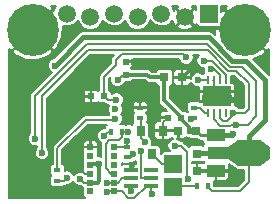
<source format=gbl>
G04 #@! TF.FileFunction,Copper,L2,Bot,Signal*
%FSLAX46Y46*%
G04 Gerber Fmt 4.6, Leading zero omitted, Abs format (unit mm)*
G04 Created by KiCad (PCBNEW 4.0.7) date 02/04/18 23:39:56*
%MOMM*%
%LPD*%
G01*
G04 APERTURE LIST*
%ADD10C,0.100000*%
%ADD11R,1.498600X1.498600*%
%ADD12R,0.800000X0.750000*%
%ADD13R,0.600000X0.400000*%
%ADD14R,0.750000X0.800000*%
%ADD15C,4.400000*%
%ADD16R,0.500000X0.600000*%
%ADD17R,0.600000X0.500000*%
%ADD18R,0.400000X0.600000*%
%ADD19R,0.250000X0.700000*%
%ADD20R,1.190000X0.830000*%
%ADD21R,0.800000X0.900000*%
%ADD22R,1.200000X0.400000*%
%ADD23R,0.600000X0.550000*%
%ADD24C,1.500000*%
%ADD25R,1.500000X1.500000*%
%ADD26R,1.500000X1.000000*%
%ADD27R,1.800000X1.000000*%
%ADD28R,1.840000X2.200000*%
%ADD29C,0.600000*%
%ADD30C,0.300000*%
%ADD31C,0.250000*%
%ADD32C,0.200000*%
%ADD33C,0.160000*%
%ADD34C,0.400000*%
%ADD35C,0.180000*%
G04 APERTURE END LIST*
D10*
D11*
X14300000Y3252500D03*
X14300000Y1347500D03*
D12*
X16250000Y6100000D03*
X14750000Y6100000D03*
D13*
X4500000Y2750000D03*
X4500000Y1850000D03*
D14*
X16300000Y4150000D03*
X16300000Y2650000D03*
D15*
X20400000Y14600000D03*
X2400000Y14600000D03*
D16*
X10300000Y10850000D03*
X10300000Y11950000D03*
D17*
X8450000Y9000000D03*
X7350000Y9000000D03*
X14950000Y7200000D03*
X13850000Y7200000D03*
D12*
X13550000Y10600000D03*
X15050000Y10600000D03*
D13*
X10400000Y3850000D03*
X10400000Y4750000D03*
X16100000Y8050000D03*
X16100000Y7150000D03*
D18*
X9050000Y6000000D03*
X9950000Y6000000D03*
D19*
X17250000Y10400000D03*
X17750000Y10400000D03*
X18250000Y10400000D03*
X18750000Y10400000D03*
X18750000Y7600000D03*
X18250000Y7600000D03*
X17750000Y7600000D03*
X17250000Y7600000D03*
D20*
X18595000Y8585000D03*
X17405000Y8585000D03*
X18595000Y9415000D03*
X17405000Y9415000D03*
D21*
X11550000Y6100000D03*
X13450000Y6100000D03*
X12500000Y4100000D03*
D13*
X11500000Y8050000D03*
X11500000Y7150000D03*
D18*
X16350000Y1400000D03*
X17250000Y1400000D03*
D22*
X10750000Y1450000D03*
X10750000Y2100000D03*
X10750000Y2750000D03*
X12450000Y2750000D03*
X12450000Y2100000D03*
X12450000Y1450000D03*
D23*
X9300000Y4700000D03*
X9300000Y3950000D03*
X9300000Y3200000D03*
X9300000Y2450000D03*
X9300000Y1700000D03*
X9300000Y950000D03*
X7300000Y950000D03*
X7300000Y1700000D03*
X7300000Y2450000D03*
X7300000Y3200000D03*
X7300000Y3950000D03*
X7300000Y4700000D03*
D24*
X5300000Y16000000D03*
X7300000Y15700000D03*
X9300000Y16000000D03*
X11300000Y15700000D03*
X13300000Y16000000D03*
D25*
X17300000Y16000000D03*
D24*
X15300000Y15700000D03*
D10*
G36*
X22492000Y3700000D02*
X21642000Y3100000D01*
X21642000Y5300000D01*
X22492000Y4700000D01*
X22492000Y3700000D01*
X22492000Y3700000D01*
G37*
D26*
X17920000Y2700000D03*
D27*
X18066500Y4200000D03*
D26*
X17920000Y5700000D03*
D28*
X20733500Y4200000D03*
D10*
G36*
X18823800Y4600000D02*
X19823800Y5300000D01*
X19823800Y3100000D01*
X18823800Y3800000D01*
X18823800Y4600000D01*
X18823800Y4600000D01*
G37*
D29*
X6450000Y2000000D03*
X8450000Y5650000D03*
X9400000Y7900000D03*
X8000000Y3300000D03*
X15700000Y6100000D03*
X10900000Y4100000D03*
X10700000Y1000000D03*
X19400000Y5800000D03*
X17500000Y11300000D03*
X9600000Y10400000D03*
X5100000Y1100000D03*
X6500000Y2800000D03*
X20100000Y8800000D03*
X19200000Y2700000D03*
X16100000Y11600000D03*
X6400000Y4700000D03*
X11500000Y8700000D03*
X10800000Y3200000D03*
X17000000Y8900000D03*
X11000000Y11900000D03*
X8500000Y11900000D03*
X9500000Y8700000D03*
X15400000Y12300000D03*
X19600000Y3900000D03*
X4300000Y11600000D03*
X3200000Y4200000D03*
X19400000Y7600000D03*
X2600000Y5400000D03*
X19600000Y6600000D03*
X10400000Y5200000D03*
X8700000Y1700000D03*
X12500000Y700000D03*
X8700000Y900000D03*
X9400000Y7100000D03*
X14450000Y4800000D03*
X15530000Y1990000D03*
X15800000Y7100000D03*
X16900000Y12000000D03*
X16400000Y10400000D03*
X11900000Y5100000D03*
X10500000Y6000000D03*
X11600000Y4400000D03*
X5300000Y2100000D03*
D30*
X8000000Y3300000D02*
X7400000Y3300000D01*
X7400000Y3300000D02*
X7300000Y3200000D01*
X14950000Y7200000D02*
X14950000Y7250000D01*
X14950000Y7250000D02*
X13550000Y8650000D01*
X13550000Y8650000D02*
X13550000Y9800000D01*
X13550000Y10600000D02*
X12350000Y10600000D01*
X12100000Y10850000D02*
X10300000Y10850000D01*
X12350000Y10600000D02*
X12100000Y10850000D01*
X13550000Y9800000D02*
X13550000Y10600000D01*
D31*
X15700000Y6100000D02*
X15700000Y6350000D01*
X15700000Y6350000D02*
X14950000Y7100000D01*
X14950000Y7100000D02*
X14950000Y7200000D01*
D32*
X14950000Y7200000D02*
X14950000Y7100000D01*
X7300000Y1700000D02*
X6750000Y1700000D01*
X6750000Y1700000D02*
X6450000Y2000000D01*
D33*
X9050000Y6000000D02*
X8800000Y6000000D01*
X8800000Y6000000D02*
X8450000Y5650000D01*
D30*
X8000000Y3300000D02*
X8000000Y1800000D01*
X7900000Y1700000D02*
X7300000Y1700000D01*
X8000000Y1800000D02*
X7900000Y1700000D01*
D33*
X15700000Y6100000D02*
X16250000Y6100000D01*
X10400000Y3850000D02*
X10650000Y3850000D01*
D30*
X10650000Y3850000D02*
X10900000Y4100000D01*
D33*
X10750000Y1450000D02*
X10750000Y1050000D01*
X10750000Y1050000D02*
X10700000Y1000000D01*
D34*
X17920000Y5700000D02*
X19300000Y5700000D01*
D31*
X19300000Y5700000D02*
X19400000Y5800000D01*
X17920000Y5700000D02*
X16650000Y5700000D01*
X16650000Y5700000D02*
X16250000Y6100000D01*
D33*
X18250000Y10850000D02*
X18250000Y10400000D01*
X17800000Y11300000D02*
X17500000Y11300000D01*
X18250000Y10850000D02*
X17800000Y11300000D01*
D35*
X10300000Y10850000D02*
X10050000Y10850000D01*
X10050000Y10850000D02*
X9600000Y10400000D01*
D32*
X7300000Y2450000D02*
X6850000Y2450000D01*
X6850000Y2450000D02*
X6500000Y2800000D01*
X13450000Y6100000D02*
X13450000Y6800000D01*
X13450000Y6800000D02*
X13850000Y7200000D01*
D30*
X19300000Y8800000D02*
X18685000Y9415000D01*
X20100000Y8800000D02*
X19300000Y8800000D01*
X18685000Y9415000D02*
X18595000Y9415000D01*
X17920000Y2700000D02*
X19200000Y2700000D01*
X17920000Y2700000D02*
X16350000Y2700000D01*
X16350000Y2700000D02*
X16300000Y2650000D01*
X15050000Y10600000D02*
X15100000Y10600000D01*
X15100000Y10600000D02*
X16100000Y11600000D01*
X15300000Y15700000D02*
X16200000Y14800000D01*
X16200000Y14800000D02*
X20200000Y14800000D01*
X20200000Y14800000D02*
X20400000Y14600000D01*
D32*
X7300000Y4700000D02*
X6400000Y4700000D01*
D33*
X11500000Y8050000D02*
X11500000Y8700000D01*
X10750000Y3150000D02*
X10750000Y2750000D01*
X10800000Y3200000D02*
X10750000Y3150000D01*
D31*
X17000000Y8900000D02*
X17315000Y8585000D01*
X17315000Y8585000D02*
X17405000Y8585000D01*
D33*
X17750000Y10400000D02*
X17750000Y9760000D01*
X17750000Y9760000D02*
X17405000Y9415000D01*
D35*
X10300000Y11950000D02*
X10950000Y11950000D01*
X10950000Y11950000D02*
X11000000Y11900000D01*
D33*
X8450000Y9000000D02*
X8450000Y10650000D01*
X15150000Y12550000D02*
X15400000Y12300000D01*
X9930002Y12550000D02*
X15150000Y12550000D01*
X9450000Y12069998D02*
X9930002Y12550000D01*
X9450000Y11650000D02*
X9450000Y12069998D01*
X8450000Y10650000D02*
X9450000Y11650000D01*
X9500000Y8700000D02*
X8750000Y8700000D01*
X8750000Y8700000D02*
X8450000Y9000000D01*
D34*
X22067000Y4200000D02*
X18066500Y4200000D01*
X6800000Y14000000D02*
X6700000Y14000000D01*
X6700000Y14000000D02*
X4300000Y11600000D01*
D30*
X19323800Y4200000D02*
X18066500Y4200000D01*
X19600000Y3900000D02*
X19323800Y4176200D01*
X19323800Y4176200D02*
X19323800Y4200000D01*
D33*
X17250000Y1400000D02*
X17250000Y1350000D01*
D32*
X17250000Y1350000D02*
X17600000Y1000000D01*
X17600000Y1000000D02*
X20000000Y1000000D01*
X20000000Y1000000D02*
X20733500Y1733500D01*
X20733500Y1733500D02*
X20733500Y4200000D01*
D34*
X18066500Y4200000D02*
X16350000Y4200000D01*
D31*
X16350000Y4200000D02*
X16300000Y4150000D01*
D34*
X20733500Y4200000D02*
X20733500Y5633500D01*
X17300000Y14000000D02*
X6800000Y14000000D01*
X19300000Y12000000D02*
X17300000Y14000000D01*
X20500000Y12000000D02*
X19300000Y12000000D01*
X22100000Y10400000D02*
X20500000Y12000000D01*
X22100000Y7000000D02*
X22100000Y10400000D01*
X20733500Y5633500D02*
X22100000Y7000000D01*
D35*
X20700000Y9100000D02*
X20700000Y7900000D01*
X20400000Y7600000D02*
X19400000Y7600000D01*
X20700000Y7900000D02*
X20400000Y7600000D01*
D33*
X19400000Y7600000D02*
X19400000Y7400000D01*
X19400000Y7400000D02*
X18900000Y6900000D01*
X18900000Y6900000D02*
X18500000Y6900000D01*
X18500000Y6900000D02*
X18250000Y7150000D01*
X18250000Y7150000D02*
X18250000Y7600000D01*
D35*
X3200000Y9000000D02*
X3200000Y4200000D01*
X7100000Y12900000D02*
X3200000Y9000000D01*
X17219164Y12900000D02*
X7100000Y12900000D01*
X18959166Y11159998D02*
X17219164Y12900000D01*
X19640002Y11159998D02*
X18959166Y11159998D01*
X20700000Y10100000D02*
X19640002Y11159998D01*
X20700000Y9100000D02*
X20700000Y10100000D01*
D33*
X17750000Y7600000D02*
X17750000Y7050000D01*
X19200000Y6600000D02*
X19600000Y6600000D01*
X19100000Y6500000D02*
X19200000Y6600000D01*
X18300000Y6500000D02*
X19100000Y6500000D01*
X17750000Y7050000D02*
X18300000Y6500000D01*
D35*
X2600000Y9000000D02*
X2600000Y5400000D01*
X7000000Y13400000D02*
X2600000Y9000000D01*
X17200000Y13400000D02*
X7000000Y13400000D01*
X19100000Y11500000D02*
X17200000Y13400000D01*
X20100000Y11500000D02*
X19100000Y11500000D01*
X21300000Y10300000D02*
X20100000Y11500000D01*
X21300000Y7300000D02*
X21300000Y10300000D01*
X20600000Y6600000D02*
X21300000Y7300000D01*
X19600000Y6600000D02*
X20600000Y6600000D01*
D33*
X10400000Y4750000D02*
X10400000Y5200000D01*
X9300000Y4700000D02*
X10350000Y4700000D01*
X10350000Y4700000D02*
X10400000Y4750000D01*
X9300000Y1700000D02*
X8700000Y1700000D01*
X9300000Y1700000D02*
X9600000Y1700000D01*
X9600000Y1700000D02*
X10000000Y2100000D01*
X10000000Y2100000D02*
X10750000Y2100000D01*
X12450000Y750000D02*
X12450000Y1450000D01*
X12500000Y700000D02*
X12450000Y750000D01*
X12450000Y1450000D02*
X12050000Y1450000D01*
X12050000Y1450000D02*
X11000000Y400000D01*
X9300000Y950000D02*
X8750000Y950000D01*
X8750000Y950000D02*
X8700000Y900000D01*
X9300000Y950000D02*
X9950000Y950000D01*
X10500000Y400000D02*
X11000000Y400000D01*
X9950000Y950000D02*
X10500000Y400000D01*
X4500000Y4600000D02*
X4500000Y2750000D01*
X6900000Y7000000D02*
X4500000Y4600000D01*
X9300000Y7000000D02*
X6900000Y7000000D01*
X9400000Y7100000D02*
X9300000Y7000000D01*
X15450000Y4300000D02*
X15450000Y2070000D01*
X14450000Y4800000D02*
X14950000Y4800000D01*
X14950000Y4800000D02*
X15450000Y4300000D01*
X15450000Y2070000D02*
X15530000Y1990000D01*
X17250000Y7600000D02*
X17000000Y7600000D01*
X16550000Y8050000D02*
X16100000Y8050000D01*
X17000000Y7600000D02*
X16550000Y8050000D01*
X15800000Y7100000D02*
X15850000Y7150000D01*
X15850000Y7150000D02*
X16100000Y7150000D01*
X18750000Y10850000D02*
X18750000Y10400000D01*
X17600000Y12000000D02*
X18750000Y10850000D01*
X17400000Y12000000D02*
X17600000Y12000000D01*
X16900000Y12000000D02*
X17400000Y12000000D01*
X17250000Y10400000D02*
X16400000Y10400000D01*
X14300000Y3252500D02*
X13347500Y3252500D01*
X13347500Y3252500D02*
X12500000Y4100000D01*
D32*
X16350000Y1400000D02*
X14352500Y1400000D01*
X14352500Y1400000D02*
X14300000Y1347500D01*
D33*
X11550000Y5450000D02*
X11550000Y6100000D01*
X11900000Y5100000D02*
X11550000Y5450000D01*
X11550000Y6100000D02*
X11550000Y7100000D01*
X11550000Y7100000D02*
X11500000Y7150000D01*
X9950000Y6000000D02*
X10500000Y6000000D01*
X9300000Y2450000D02*
X9050000Y2450000D01*
X9050000Y2450000D02*
X8600000Y2900000D01*
X8600000Y2900000D02*
X8600000Y5000000D01*
X8600000Y5000000D02*
X8900000Y5300000D01*
X8900000Y5300000D02*
X9700000Y5300000D01*
X9700000Y5300000D02*
X9950000Y5550000D01*
X9950000Y5550000D02*
X9950000Y6000000D01*
X11600000Y3000000D02*
X11600000Y4400000D01*
X11600000Y2800000D02*
X11600000Y3000000D01*
X12450000Y2100000D02*
X11600000Y2100000D01*
X11600000Y2100000D02*
X11600000Y2800000D01*
D32*
X5050000Y1850000D02*
X4500000Y1850000D01*
X5300000Y2100000D02*
X5050000Y1850000D01*
D33*
G36*
X4384955Y16612569D02*
X4252671Y16293996D01*
X4179778Y16351494D01*
X2428284Y14600000D01*
X4179778Y12848506D01*
X4498606Y13099995D01*
X4912886Y14017278D01*
X4943198Y14978751D01*
X5084232Y14920188D01*
X5513883Y14919813D01*
X5910971Y15083887D01*
X6215045Y15387431D01*
X6237873Y15442408D01*
X6383887Y15089029D01*
X6687431Y14784955D01*
X7084232Y14620188D01*
X7513883Y14619813D01*
X7910971Y14783887D01*
X8215045Y15087431D01*
X8362137Y15441667D01*
X8383887Y15389029D01*
X8687431Y15084955D01*
X9084232Y14920188D01*
X9513883Y14919813D01*
X9910971Y15083887D01*
X10215045Y15387431D01*
X10237873Y15442408D01*
X10383887Y15089029D01*
X10687431Y14784955D01*
X11084232Y14620188D01*
X11513883Y14619813D01*
X11910971Y14783887D01*
X12215045Y15087431D01*
X12362137Y15441667D01*
X12383887Y15389029D01*
X12687431Y15084955D01*
X13084232Y14920188D01*
X13513883Y14919813D01*
X13624927Y14965696D01*
X14593981Y14965696D01*
X14669043Y14797537D01*
X15062430Y14624776D01*
X15491984Y14615708D01*
X15892312Y14771714D01*
X15930957Y14797537D01*
X16006019Y14965696D01*
X15300000Y15671716D01*
X14593981Y14965696D01*
X13624927Y14965696D01*
X13910971Y15083887D01*
X14215045Y15387431D01*
X14239628Y15446634D01*
X14371714Y15107688D01*
X14397537Y15069043D01*
X14565696Y14993981D01*
X15271716Y15700000D01*
X14565696Y16406019D01*
X14397537Y16330957D01*
X14363674Y16253848D01*
X14216113Y16610971D01*
X14207100Y16620000D01*
X14695288Y16620000D01*
X14669043Y16602463D01*
X14593981Y16434304D01*
X15300000Y15728284D01*
X16006019Y16434304D01*
X15930957Y16602463D01*
X15891024Y16620000D01*
X16213535Y16620000D01*
X16213535Y16314387D01*
X16202463Y16330957D01*
X16034304Y16406019D01*
X15328284Y15700000D01*
X16034304Y14993981D01*
X16202463Y15069043D01*
X16234051Y15140970D01*
X16236546Y15127709D01*
X16308819Y15015393D01*
X16419096Y14940044D01*
X16550000Y14913535D01*
X17878627Y14913535D01*
X17855930Y14193604D01*
X17674767Y14374767D01*
X17502822Y14489656D01*
X17300000Y14530001D01*
X17299995Y14530000D01*
X6700005Y14530000D01*
X6700000Y14530001D01*
X6497178Y14489656D01*
X6325233Y14374767D01*
X6325231Y14374764D01*
X4180570Y12230104D01*
X4175235Y12230109D01*
X3943600Y12134399D01*
X3766224Y11957332D01*
X3670110Y11725864D01*
X3669891Y11475235D01*
X3765601Y11243600D01*
X3942668Y11066224D01*
X4034233Y11028203D01*
X2303015Y9296985D01*
X2211971Y9160727D01*
X2180000Y9000000D01*
X2180000Y5870910D01*
X2066224Y5757332D01*
X1970110Y5525864D01*
X1969891Y5275235D01*
X2065601Y5043600D01*
X2242668Y4866224D01*
X2474136Y4770110D01*
X2724765Y4769891D01*
X2780000Y4792714D01*
X2780000Y4670910D01*
X2666224Y4557332D01*
X2570110Y4325864D01*
X2569891Y4075235D01*
X2665601Y3843600D01*
X2842668Y3666224D01*
X3074136Y3570110D01*
X3324765Y3569891D01*
X3556400Y3665601D01*
X3733776Y3842668D01*
X3829890Y4074136D01*
X3830109Y4324765D01*
X3734399Y4556400D01*
X3620000Y4670999D01*
X3620000Y8826030D01*
X3691470Y8897500D01*
X6720000Y8897500D01*
X6720000Y8684359D01*
X6770240Y8563070D01*
X6863070Y8470239D01*
X6984359Y8420000D01*
X7247500Y8420000D01*
X7330000Y8502500D01*
X7330000Y8980000D01*
X6802500Y8980000D01*
X6720000Y8897500D01*
X3691470Y8897500D01*
X4109611Y9315641D01*
X6720000Y9315641D01*
X6720000Y9102500D01*
X6802500Y9020000D01*
X7330000Y9020000D01*
X7330000Y9497500D01*
X7247500Y9580000D01*
X6984359Y9580000D01*
X6863070Y9529761D01*
X6770240Y9436930D01*
X6720000Y9315641D01*
X4109611Y9315641D01*
X7273970Y12480000D01*
X9280174Y12480000D01*
X9160086Y12359912D01*
X9071209Y12226899D01*
X9071209Y12226898D01*
X9040000Y12069998D01*
X9040000Y11819827D01*
X8160086Y10939914D01*
X8071209Y10806901D01*
X8043245Y10666312D01*
X8040000Y10650000D01*
X8040000Y9565767D01*
X8027709Y9563454D01*
X7915393Y9491181D01*
X7899203Y9467487D01*
X7836930Y9529761D01*
X7715641Y9580000D01*
X7452500Y9580000D01*
X7370000Y9497500D01*
X7370000Y9020000D01*
X7390000Y9020000D01*
X7390000Y8980000D01*
X7370000Y8980000D01*
X7370000Y8502500D01*
X7452500Y8420000D01*
X7715641Y8420000D01*
X7836930Y8470239D01*
X7898351Y8531661D01*
X7908819Y8515393D01*
X8019096Y8440044D01*
X8150000Y8413535D01*
X8456637Y8413535D01*
X8460086Y8410086D01*
X8593099Y8321209D01*
X8750000Y8290000D01*
X8898949Y8290000D01*
X8866224Y8257332D01*
X8770110Y8025864D01*
X8769891Y7775235D01*
X8865601Y7543600D01*
X8909046Y7500079D01*
X8866224Y7457332D01*
X8846570Y7410000D01*
X6900005Y7410000D01*
X6900000Y7410001D01*
X6743100Y7378791D01*
X6610086Y7289914D01*
X6610084Y7289911D01*
X4210086Y4889914D01*
X4121209Y4756901D01*
X4118563Y4743600D01*
X4090000Y4600000D01*
X4090000Y3265767D01*
X4077709Y3263454D01*
X3965393Y3191181D01*
X3890044Y3080904D01*
X3863535Y2950000D01*
X3863535Y2550000D01*
X3886546Y2427709D01*
X3958819Y2315393D01*
X3980257Y2300745D01*
X3965393Y2291181D01*
X3890044Y2180904D01*
X3863535Y2050000D01*
X3863535Y1650000D01*
X3886546Y1527709D01*
X3958819Y1415393D01*
X4069096Y1340044D01*
X4200000Y1313535D01*
X4800000Y1313535D01*
X4922291Y1336546D01*
X5034607Y1408819D01*
X5042247Y1420000D01*
X5050000Y1420000D01*
X5214554Y1452732D01*
X5240475Y1470052D01*
X5424765Y1469891D01*
X5656400Y1565601D01*
X5833776Y1742668D01*
X5854272Y1792027D01*
X5915601Y1643600D01*
X6092668Y1466224D01*
X6324136Y1370110D01*
X6484818Y1369970D01*
X6585446Y1302732D01*
X6675643Y1284791D01*
X6663535Y1225000D01*
X6663535Y675000D01*
X6686546Y552709D01*
X6758819Y440393D01*
X6847207Y380000D01*
X380000Y380000D01*
X380000Y12820222D01*
X648506Y12820222D01*
X899995Y12501394D01*
X1817278Y12087114D01*
X2823276Y12055398D01*
X3764833Y12411075D01*
X3900005Y12501394D01*
X4151494Y12820222D01*
X2400000Y14571716D01*
X648506Y12820222D01*
X380000Y12820222D01*
X380000Y13037991D01*
X620222Y12848506D01*
X2371716Y14600000D01*
X2357574Y14614142D01*
X2385858Y14642426D01*
X2400000Y14628284D01*
X4151494Y16379778D01*
X3962009Y16620000D01*
X4392399Y16620000D01*
X4384955Y16612569D01*
X4384955Y16612569D01*
G37*
X4384955Y16612569D02*
X4252671Y16293996D01*
X4179778Y16351494D01*
X2428284Y14600000D01*
X4179778Y12848506D01*
X4498606Y13099995D01*
X4912886Y14017278D01*
X4943198Y14978751D01*
X5084232Y14920188D01*
X5513883Y14919813D01*
X5910971Y15083887D01*
X6215045Y15387431D01*
X6237873Y15442408D01*
X6383887Y15089029D01*
X6687431Y14784955D01*
X7084232Y14620188D01*
X7513883Y14619813D01*
X7910971Y14783887D01*
X8215045Y15087431D01*
X8362137Y15441667D01*
X8383887Y15389029D01*
X8687431Y15084955D01*
X9084232Y14920188D01*
X9513883Y14919813D01*
X9910971Y15083887D01*
X10215045Y15387431D01*
X10237873Y15442408D01*
X10383887Y15089029D01*
X10687431Y14784955D01*
X11084232Y14620188D01*
X11513883Y14619813D01*
X11910971Y14783887D01*
X12215045Y15087431D01*
X12362137Y15441667D01*
X12383887Y15389029D01*
X12687431Y15084955D01*
X13084232Y14920188D01*
X13513883Y14919813D01*
X13624927Y14965696D01*
X14593981Y14965696D01*
X14669043Y14797537D01*
X15062430Y14624776D01*
X15491984Y14615708D01*
X15892312Y14771714D01*
X15930957Y14797537D01*
X16006019Y14965696D01*
X15300000Y15671716D01*
X14593981Y14965696D01*
X13624927Y14965696D01*
X13910971Y15083887D01*
X14215045Y15387431D01*
X14239628Y15446634D01*
X14371714Y15107688D01*
X14397537Y15069043D01*
X14565696Y14993981D01*
X15271716Y15700000D01*
X14565696Y16406019D01*
X14397537Y16330957D01*
X14363674Y16253848D01*
X14216113Y16610971D01*
X14207100Y16620000D01*
X14695288Y16620000D01*
X14669043Y16602463D01*
X14593981Y16434304D01*
X15300000Y15728284D01*
X16006019Y16434304D01*
X15930957Y16602463D01*
X15891024Y16620000D01*
X16213535Y16620000D01*
X16213535Y16314387D01*
X16202463Y16330957D01*
X16034304Y16406019D01*
X15328284Y15700000D01*
X16034304Y14993981D01*
X16202463Y15069043D01*
X16234051Y15140970D01*
X16236546Y15127709D01*
X16308819Y15015393D01*
X16419096Y14940044D01*
X16550000Y14913535D01*
X17878627Y14913535D01*
X17855930Y14193604D01*
X17674767Y14374767D01*
X17502822Y14489656D01*
X17300000Y14530001D01*
X17299995Y14530000D01*
X6700005Y14530000D01*
X6700000Y14530001D01*
X6497178Y14489656D01*
X6325233Y14374767D01*
X6325231Y14374764D01*
X4180570Y12230104D01*
X4175235Y12230109D01*
X3943600Y12134399D01*
X3766224Y11957332D01*
X3670110Y11725864D01*
X3669891Y11475235D01*
X3765601Y11243600D01*
X3942668Y11066224D01*
X4034233Y11028203D01*
X2303015Y9296985D01*
X2211971Y9160727D01*
X2180000Y9000000D01*
X2180000Y5870910D01*
X2066224Y5757332D01*
X1970110Y5525864D01*
X1969891Y5275235D01*
X2065601Y5043600D01*
X2242668Y4866224D01*
X2474136Y4770110D01*
X2724765Y4769891D01*
X2780000Y4792714D01*
X2780000Y4670910D01*
X2666224Y4557332D01*
X2570110Y4325864D01*
X2569891Y4075235D01*
X2665601Y3843600D01*
X2842668Y3666224D01*
X3074136Y3570110D01*
X3324765Y3569891D01*
X3556400Y3665601D01*
X3733776Y3842668D01*
X3829890Y4074136D01*
X3830109Y4324765D01*
X3734399Y4556400D01*
X3620000Y4670999D01*
X3620000Y8826030D01*
X3691470Y8897500D01*
X6720000Y8897500D01*
X6720000Y8684359D01*
X6770240Y8563070D01*
X6863070Y8470239D01*
X6984359Y8420000D01*
X7247500Y8420000D01*
X7330000Y8502500D01*
X7330000Y8980000D01*
X6802500Y8980000D01*
X6720000Y8897500D01*
X3691470Y8897500D01*
X4109611Y9315641D01*
X6720000Y9315641D01*
X6720000Y9102500D01*
X6802500Y9020000D01*
X7330000Y9020000D01*
X7330000Y9497500D01*
X7247500Y9580000D01*
X6984359Y9580000D01*
X6863070Y9529761D01*
X6770240Y9436930D01*
X6720000Y9315641D01*
X4109611Y9315641D01*
X7273970Y12480000D01*
X9280174Y12480000D01*
X9160086Y12359912D01*
X9071209Y12226899D01*
X9071209Y12226898D01*
X9040000Y12069998D01*
X9040000Y11819827D01*
X8160086Y10939914D01*
X8071209Y10806901D01*
X8043245Y10666312D01*
X8040000Y10650000D01*
X8040000Y9565767D01*
X8027709Y9563454D01*
X7915393Y9491181D01*
X7899203Y9467487D01*
X7836930Y9529761D01*
X7715641Y9580000D01*
X7452500Y9580000D01*
X7370000Y9497500D01*
X7370000Y9020000D01*
X7390000Y9020000D01*
X7390000Y8980000D01*
X7370000Y8980000D01*
X7370000Y8502500D01*
X7452500Y8420000D01*
X7715641Y8420000D01*
X7836930Y8470239D01*
X7898351Y8531661D01*
X7908819Y8515393D01*
X8019096Y8440044D01*
X8150000Y8413535D01*
X8456637Y8413535D01*
X8460086Y8410086D01*
X8593099Y8321209D01*
X8750000Y8290000D01*
X8898949Y8290000D01*
X8866224Y8257332D01*
X8770110Y8025864D01*
X8769891Y7775235D01*
X8865601Y7543600D01*
X8909046Y7500079D01*
X8866224Y7457332D01*
X8846570Y7410000D01*
X6900005Y7410000D01*
X6900000Y7410001D01*
X6743100Y7378791D01*
X6610086Y7289914D01*
X6610084Y7289911D01*
X4210086Y4889914D01*
X4121209Y4756901D01*
X4118563Y4743600D01*
X4090000Y4600000D01*
X4090000Y3265767D01*
X4077709Y3263454D01*
X3965393Y3191181D01*
X3890044Y3080904D01*
X3863535Y2950000D01*
X3863535Y2550000D01*
X3886546Y2427709D01*
X3958819Y2315393D01*
X3980257Y2300745D01*
X3965393Y2291181D01*
X3890044Y2180904D01*
X3863535Y2050000D01*
X3863535Y1650000D01*
X3886546Y1527709D01*
X3958819Y1415393D01*
X4069096Y1340044D01*
X4200000Y1313535D01*
X4800000Y1313535D01*
X4922291Y1336546D01*
X5034607Y1408819D01*
X5042247Y1420000D01*
X5050000Y1420000D01*
X5214554Y1452732D01*
X5240475Y1470052D01*
X5424765Y1469891D01*
X5656400Y1565601D01*
X5833776Y1742668D01*
X5854272Y1792027D01*
X5915601Y1643600D01*
X6092668Y1466224D01*
X6324136Y1370110D01*
X6484818Y1369970D01*
X6585446Y1302732D01*
X6675643Y1284791D01*
X6663535Y1225000D01*
X6663535Y675000D01*
X6686546Y552709D01*
X6758819Y440393D01*
X6847207Y380000D01*
X380000Y380000D01*
X380000Y12820222D01*
X648506Y12820222D01*
X899995Y12501394D01*
X1817278Y12087114D01*
X2823276Y12055398D01*
X3764833Y12411075D01*
X3900005Y12501394D01*
X4151494Y12820222D01*
X2400000Y14571716D01*
X648506Y12820222D01*
X380000Y12820222D01*
X380000Y13037991D01*
X620222Y12848506D01*
X2371716Y14600000D01*
X2357574Y14614142D01*
X2385858Y14642426D01*
X2400000Y14628284D01*
X4151494Y16379778D01*
X3962009Y16620000D01*
X4392399Y16620000D01*
X4384955Y16612569D01*
G36*
X19630850Y2824357D02*
X19633808Y2823379D01*
X19682596Y2790044D01*
X19813500Y2763535D01*
X20303500Y2763535D01*
X20303500Y1911612D01*
X19821888Y1430000D01*
X17786465Y1430000D01*
X17786465Y1700000D01*
X17763454Y1822291D01*
X17732754Y1870000D01*
X17817500Y1870000D01*
X17900000Y1952500D01*
X17900000Y2680000D01*
X17940000Y2680000D01*
X17940000Y1952500D01*
X18022500Y1870000D01*
X18735641Y1870000D01*
X18856930Y1920240D01*
X18949761Y2013070D01*
X19000000Y2134359D01*
X19000000Y2597500D01*
X18917500Y2680000D01*
X17940000Y2680000D01*
X17900000Y2680000D01*
X17880000Y2680000D01*
X17880000Y2720000D01*
X17900000Y2720000D01*
X17900000Y2740000D01*
X17940000Y2740000D01*
X17940000Y2720000D01*
X18917500Y2720000D01*
X19000000Y2802500D01*
X19000000Y3265641D01*
X18999819Y3266079D01*
X19630850Y2824357D01*
X19630850Y2824357D01*
G37*
X19630850Y2824357D02*
X19633808Y2823379D01*
X19682596Y2790044D01*
X19813500Y2763535D01*
X20303500Y2763535D01*
X20303500Y1911612D01*
X19821888Y1430000D01*
X17786465Y1430000D01*
X17786465Y1700000D01*
X17763454Y1822291D01*
X17732754Y1870000D01*
X17817500Y1870000D01*
X17900000Y1952500D01*
X17900000Y2680000D01*
X17940000Y2680000D01*
X17940000Y1952500D01*
X18022500Y1870000D01*
X18735641Y1870000D01*
X18856930Y1920240D01*
X18949761Y2013070D01*
X19000000Y2134359D01*
X19000000Y2597500D01*
X18917500Y2680000D01*
X17940000Y2680000D01*
X17900000Y2680000D01*
X17880000Y2680000D01*
X17880000Y2720000D01*
X17900000Y2720000D01*
X17900000Y2740000D01*
X17940000Y2740000D01*
X17940000Y2720000D01*
X18917500Y2720000D01*
X19000000Y2802500D01*
X19000000Y3265641D01*
X18999819Y3266079D01*
X19630850Y2824357D01*
G36*
X8615393Y6541181D02*
X8540044Y6430904D01*
X8513535Y6300000D01*
X8513535Y6292219D01*
X8510086Y6289914D01*
X8500128Y6279956D01*
X8325235Y6280109D01*
X8093600Y6184399D01*
X7916224Y6007332D01*
X7820110Y5775864D01*
X7819891Y5525235D01*
X7915601Y5293600D01*
X8092668Y5116224D01*
X8203929Y5070025D01*
X8192676Y5013454D01*
X8190000Y5000000D01*
X8190000Y3903258D01*
X8125864Y3929890D01*
X7936465Y3930055D01*
X7936465Y4225000D01*
X7917061Y4328121D01*
X7930000Y4359359D01*
X7930000Y4597500D01*
X7847500Y4680000D01*
X7320000Y4680000D01*
X7320000Y4660000D01*
X7280000Y4660000D01*
X7280000Y4680000D01*
X6752500Y4680000D01*
X6670000Y4597500D01*
X6670000Y4359359D01*
X6683932Y4325723D01*
X6663535Y4225000D01*
X6663535Y3675000D01*
X6683042Y3571329D01*
X6663535Y3475000D01*
X6663535Y2925000D01*
X6682939Y2821879D01*
X6670000Y2790641D01*
X6670000Y2590801D01*
X6575864Y2629890D01*
X6325235Y2630109D01*
X6093600Y2534399D01*
X5916224Y2357332D01*
X5895728Y2307973D01*
X5834399Y2456400D01*
X5657332Y2633776D01*
X5425864Y2729890D01*
X5175235Y2730109D01*
X5136465Y2714090D01*
X5136465Y2950000D01*
X5113454Y3072291D01*
X5041181Y3184607D01*
X4930904Y3259956D01*
X4910000Y3264189D01*
X4910000Y4430172D01*
X5520468Y5040641D01*
X6670000Y5040641D01*
X6670000Y4802500D01*
X6752500Y4720000D01*
X7280000Y4720000D01*
X7280000Y5222500D01*
X7320000Y5222500D01*
X7320000Y4720000D01*
X7847500Y4720000D01*
X7930000Y4802500D01*
X7930000Y5040641D01*
X7879761Y5161930D01*
X7786930Y5254760D01*
X7665641Y5305000D01*
X7402500Y5305000D01*
X7320000Y5222500D01*
X7280000Y5222500D01*
X7197500Y5305000D01*
X6934359Y5305000D01*
X6813070Y5254760D01*
X6720239Y5161930D01*
X6670000Y5040641D01*
X5520468Y5040641D01*
X7069827Y6590000D01*
X8691260Y6590000D01*
X8615393Y6541181D01*
X8615393Y6541181D01*
G37*
X8615393Y6541181D02*
X8540044Y6430904D01*
X8513535Y6300000D01*
X8513535Y6292219D01*
X8510086Y6289914D01*
X8500128Y6279956D01*
X8325235Y6280109D01*
X8093600Y6184399D01*
X7916224Y6007332D01*
X7820110Y5775864D01*
X7819891Y5525235D01*
X7915601Y5293600D01*
X8092668Y5116224D01*
X8203929Y5070025D01*
X8192676Y5013454D01*
X8190000Y5000000D01*
X8190000Y3903258D01*
X8125864Y3929890D01*
X7936465Y3930055D01*
X7936465Y4225000D01*
X7917061Y4328121D01*
X7930000Y4359359D01*
X7930000Y4597500D01*
X7847500Y4680000D01*
X7320000Y4680000D01*
X7320000Y4660000D01*
X7280000Y4660000D01*
X7280000Y4680000D01*
X6752500Y4680000D01*
X6670000Y4597500D01*
X6670000Y4359359D01*
X6683932Y4325723D01*
X6663535Y4225000D01*
X6663535Y3675000D01*
X6683042Y3571329D01*
X6663535Y3475000D01*
X6663535Y2925000D01*
X6682939Y2821879D01*
X6670000Y2790641D01*
X6670000Y2590801D01*
X6575864Y2629890D01*
X6325235Y2630109D01*
X6093600Y2534399D01*
X5916224Y2357332D01*
X5895728Y2307973D01*
X5834399Y2456400D01*
X5657332Y2633776D01*
X5425864Y2729890D01*
X5175235Y2730109D01*
X5136465Y2714090D01*
X5136465Y2950000D01*
X5113454Y3072291D01*
X5041181Y3184607D01*
X4930904Y3259956D01*
X4910000Y3264189D01*
X4910000Y4430172D01*
X5520468Y5040641D01*
X6670000Y5040641D01*
X6670000Y4802500D01*
X6752500Y4720000D01*
X7280000Y4720000D01*
X7280000Y5222500D01*
X7320000Y5222500D01*
X7320000Y4720000D01*
X7847500Y4720000D01*
X7930000Y4802500D01*
X7930000Y5040641D01*
X7879761Y5161930D01*
X7786930Y5254760D01*
X7665641Y5305000D01*
X7402500Y5305000D01*
X7320000Y5222500D01*
X7280000Y5222500D01*
X7197500Y5305000D01*
X6934359Y5305000D01*
X6813070Y5254760D01*
X6720239Y5161930D01*
X6670000Y5040641D01*
X5520468Y5040641D01*
X7069827Y6590000D01*
X8691260Y6590000D01*
X8615393Y6541181D01*
G36*
X7320000Y2470000D02*
X7340000Y2470000D01*
X7340000Y2430000D01*
X7320000Y2430000D01*
X7320000Y2410000D01*
X7280000Y2410000D01*
X7280000Y2430000D01*
X7260000Y2430000D01*
X7260000Y2470000D01*
X7280000Y2470000D01*
X7280000Y2490000D01*
X7320000Y2490000D01*
X7320000Y2470000D01*
X7320000Y2470000D01*
G37*
X7320000Y2470000D02*
X7340000Y2470000D01*
X7340000Y2430000D01*
X7320000Y2430000D01*
X7320000Y2410000D01*
X7280000Y2410000D01*
X7280000Y2430000D01*
X7260000Y2430000D01*
X7260000Y2470000D01*
X7280000Y2470000D01*
X7280000Y2490000D01*
X7320000Y2490000D01*
X7320000Y2470000D01*
G36*
X16925319Y3465393D02*
X16951092Y3447783D01*
X16890239Y3386930D01*
X16865203Y3326487D01*
X16861930Y3329760D01*
X16740641Y3380000D01*
X16402500Y3380000D01*
X16320000Y3297500D01*
X16320000Y2670000D01*
X16340000Y2670000D01*
X16340000Y2630000D01*
X16320000Y2630000D01*
X16320000Y2610000D01*
X16280000Y2610000D01*
X16280000Y2630000D01*
X16260000Y2630000D01*
X16260000Y2670000D01*
X16280000Y2670000D01*
X16280000Y3297500D01*
X16197500Y3380000D01*
X15860000Y3380000D01*
X15860000Y3426698D01*
X15925000Y3413535D01*
X16675000Y3413535D01*
X16797291Y3436546D01*
X16900957Y3503253D01*
X16925319Y3465393D01*
X16925319Y3465393D01*
G37*
X16925319Y3465393D02*
X16951092Y3447783D01*
X16890239Y3386930D01*
X16865203Y3326487D01*
X16861930Y3329760D01*
X16740641Y3380000D01*
X16402500Y3380000D01*
X16320000Y3297500D01*
X16320000Y2670000D01*
X16340000Y2670000D01*
X16340000Y2630000D01*
X16320000Y2630000D01*
X16320000Y2610000D01*
X16280000Y2610000D01*
X16280000Y2630000D01*
X16260000Y2630000D01*
X16260000Y2670000D01*
X16280000Y2670000D01*
X16280000Y3297500D01*
X16197500Y3380000D01*
X15860000Y3380000D01*
X15860000Y3426698D01*
X15925000Y3413535D01*
X16675000Y3413535D01*
X16797291Y3436546D01*
X16900957Y3503253D01*
X16925319Y3465393D01*
G36*
X11190000Y3280000D02*
X10852500Y3280000D01*
X10770000Y3197500D01*
X10770000Y2770000D01*
X10790000Y2770000D01*
X10790000Y2730000D01*
X10770000Y2730000D01*
X10770000Y2710000D01*
X10730000Y2710000D01*
X10730000Y2730000D01*
X10710000Y2730000D01*
X10710000Y2770000D01*
X10730000Y2770000D01*
X10730000Y3197500D01*
X10647500Y3280000D01*
X10084359Y3280000D01*
X9963070Y3229761D01*
X9936465Y3203156D01*
X9936465Y3362340D01*
X9969096Y3340044D01*
X10100000Y3313535D01*
X10700000Y3313535D01*
X10822291Y3336546D01*
X10934607Y3408819D01*
X10976365Y3469933D01*
X11024765Y3469891D01*
X11190000Y3538165D01*
X11190000Y3280000D01*
X11190000Y3280000D01*
G37*
X11190000Y3280000D02*
X10852500Y3280000D01*
X10770000Y3197500D01*
X10770000Y2770000D01*
X10790000Y2770000D01*
X10790000Y2730000D01*
X10770000Y2730000D01*
X10770000Y2710000D01*
X10730000Y2710000D01*
X10730000Y2730000D01*
X10710000Y2730000D01*
X10710000Y2770000D01*
X10730000Y2770000D01*
X10730000Y3197500D01*
X10647500Y3280000D01*
X10084359Y3280000D01*
X9963070Y3229761D01*
X9936465Y3203156D01*
X9936465Y3362340D01*
X9969096Y3340044D01*
X10100000Y3313535D01*
X10700000Y3313535D01*
X10822291Y3336546D01*
X10934607Y3408819D01*
X10976365Y3469933D01*
X11024765Y3469891D01*
X11190000Y3538165D01*
X11190000Y3280000D01*
G36*
X8970110Y10525864D02*
X8969891Y10275235D01*
X9065601Y10043600D01*
X9242668Y9866224D01*
X9474136Y9770110D01*
X9724765Y9769891D01*
X9956400Y9865601D01*
X10133776Y10042668D01*
X10204726Y10213535D01*
X10550000Y10213535D01*
X10672291Y10236546D01*
X10784607Y10308819D01*
X10826410Y10370000D01*
X11901177Y10370000D01*
X12010588Y10260589D01*
X12081010Y10213535D01*
X12166312Y10156538D01*
X12350000Y10120000D01*
X12833292Y10120000D01*
X12836546Y10102709D01*
X12908819Y9990393D01*
X13019096Y9915044D01*
X13070000Y9904736D01*
X13070000Y8650000D01*
X13106538Y8466312D01*
X13210589Y8310589D01*
X13741178Y7780000D01*
X13484359Y7780000D01*
X13363070Y7729761D01*
X13270240Y7636930D01*
X13220000Y7515641D01*
X13220000Y7302500D01*
X13302500Y7220000D01*
X13830000Y7220000D01*
X13830000Y7240000D01*
X13870000Y7240000D01*
X13870000Y7220000D01*
X13890000Y7220000D01*
X13890000Y7180000D01*
X13870000Y7180000D01*
X13870000Y7160000D01*
X13830000Y7160000D01*
X13830000Y7180000D01*
X13302500Y7180000D01*
X13220000Y7097500D01*
X13220000Y6884359D01*
X13221806Y6880000D01*
X12984359Y6880000D01*
X12863070Y6829760D01*
X12770239Y6736930D01*
X12720000Y6615641D01*
X12720000Y6202500D01*
X12802500Y6120000D01*
X13430000Y6120000D01*
X13430000Y6140000D01*
X13470000Y6140000D01*
X13470000Y6120000D01*
X14097500Y6120000D01*
X14100000Y6122500D01*
X14102500Y6120000D01*
X14730000Y6120000D01*
X14730000Y6140000D01*
X14770000Y6140000D01*
X14770000Y6120000D01*
X14790000Y6120000D01*
X14790000Y6080000D01*
X14770000Y6080000D01*
X14770000Y5477500D01*
X14852500Y5395000D01*
X15215641Y5395000D01*
X15336930Y5445239D01*
X15424100Y5532410D01*
X15574136Y5470110D01*
X15638587Y5470054D01*
X15719096Y5415044D01*
X15850000Y5388535D01*
X16317998Y5388535D01*
X16328264Y5378269D01*
X16328266Y5378266D01*
X16475879Y5279635D01*
X16650000Y5245000D01*
X16833535Y5245000D01*
X16833535Y5200000D01*
X16856546Y5077709D01*
X16928819Y4965393D01*
X16948559Y4951905D01*
X16931893Y4941181D01*
X16856544Y4830904D01*
X16855557Y4826030D01*
X16805904Y4859956D01*
X16675000Y4886465D01*
X15925000Y4886465D01*
X15802709Y4863454D01*
X15690393Y4791181D01*
X15628797Y4701031D01*
X15239914Y5089914D01*
X15106901Y5178791D01*
X14950000Y5210000D01*
X14930892Y5210000D01*
X14807332Y5333776D01*
X14651135Y5398635D01*
X14730000Y5477500D01*
X14730000Y6080000D01*
X14102500Y6080000D01*
X14100000Y6077500D01*
X14097500Y6080000D01*
X13470000Y6080000D01*
X13470000Y5402500D01*
X13552500Y5320000D01*
X13915641Y5320000D01*
X14036930Y5370240D01*
X14129761Y5463070D01*
X14134294Y5474015D01*
X14163070Y5445239D01*
X14262339Y5404121D01*
X14093600Y5334399D01*
X13916224Y5157332D01*
X13820110Y4925864D01*
X13819891Y4675235D01*
X13915601Y4443600D01*
X14020752Y4338265D01*
X13550700Y4338265D01*
X13428409Y4315254D01*
X13316093Y4242981D01*
X13240744Y4132704D01*
X13236465Y4111574D01*
X13236465Y4550000D01*
X13213454Y4672291D01*
X13141181Y4784607D01*
X13030904Y4859956D01*
X12900000Y4886465D01*
X12493486Y4886465D01*
X12529890Y4974136D01*
X12530109Y5224765D01*
X12434399Y5456400D01*
X12278820Y5612250D01*
X12286465Y5650000D01*
X12286465Y5997500D01*
X12720000Y5997500D01*
X12720000Y5584359D01*
X12770239Y5463070D01*
X12863070Y5370240D01*
X12984359Y5320000D01*
X13347500Y5320000D01*
X13430000Y5402500D01*
X13430000Y6080000D01*
X12802500Y6080000D01*
X12720000Y5997500D01*
X12286465Y5997500D01*
X12286465Y6550000D01*
X12263454Y6672291D01*
X12191181Y6784607D01*
X12113693Y6837552D01*
X12136465Y6950000D01*
X12136465Y7350000D01*
X12113454Y7472291D01*
X12041181Y7584607D01*
X12017487Y7600797D01*
X12079761Y7663070D01*
X12130000Y7784359D01*
X12130000Y7947500D01*
X12047500Y8030000D01*
X11520000Y8030000D01*
X11520000Y8010000D01*
X11480000Y8010000D01*
X11480000Y8030000D01*
X10952500Y8030000D01*
X10870000Y7947500D01*
X10870000Y7784359D01*
X10920239Y7663070D01*
X10981661Y7601649D01*
X10965393Y7591181D01*
X10890044Y7480904D01*
X10863535Y7350000D01*
X10863535Y6950000D01*
X10886546Y6827709D01*
X10912642Y6787155D01*
X10840044Y6680904D01*
X10813902Y6551810D01*
X10625864Y6629890D01*
X10375235Y6630109D01*
X10298072Y6598226D01*
X10280904Y6609956D01*
X10150000Y6636465D01*
X9827388Y6636465D01*
X9933776Y6742668D01*
X10029890Y6974136D01*
X10030109Y7224765D01*
X9934399Y7456400D01*
X9890954Y7499921D01*
X9933776Y7542668D01*
X10029890Y7774136D01*
X10030109Y8024765D01*
X9938183Y8247242D01*
X10006701Y8315641D01*
X10870000Y8315641D01*
X10870000Y8152500D01*
X10952500Y8070000D01*
X11480000Y8070000D01*
X11480000Y8497500D01*
X11520000Y8497500D01*
X11520000Y8070000D01*
X12047500Y8070000D01*
X12130000Y8152500D01*
X12130000Y8315641D01*
X12079761Y8436930D01*
X11986930Y8529760D01*
X11865641Y8580000D01*
X11602500Y8580000D01*
X11520000Y8497500D01*
X11480000Y8497500D01*
X11397500Y8580000D01*
X11134359Y8580000D01*
X11013070Y8529760D01*
X10920239Y8436930D01*
X10870000Y8315641D01*
X10006701Y8315641D01*
X10033776Y8342668D01*
X10129890Y8574136D01*
X10130109Y8824765D01*
X10034399Y9056400D01*
X9857332Y9233776D01*
X9625864Y9329890D01*
X9375235Y9330109D01*
X9143600Y9234399D01*
X9086465Y9177364D01*
X9086465Y9250000D01*
X9063454Y9372291D01*
X8991181Y9484607D01*
X8880904Y9559956D01*
X8860000Y9564189D01*
X8860000Y10480172D01*
X9015853Y10636025D01*
X8970110Y10525864D01*
X8970110Y10525864D01*
G37*
X8970110Y10525864D02*
X8969891Y10275235D01*
X9065601Y10043600D01*
X9242668Y9866224D01*
X9474136Y9770110D01*
X9724765Y9769891D01*
X9956400Y9865601D01*
X10133776Y10042668D01*
X10204726Y10213535D01*
X10550000Y10213535D01*
X10672291Y10236546D01*
X10784607Y10308819D01*
X10826410Y10370000D01*
X11901177Y10370000D01*
X12010588Y10260589D01*
X12081010Y10213535D01*
X12166312Y10156538D01*
X12350000Y10120000D01*
X12833292Y10120000D01*
X12836546Y10102709D01*
X12908819Y9990393D01*
X13019096Y9915044D01*
X13070000Y9904736D01*
X13070000Y8650000D01*
X13106538Y8466312D01*
X13210589Y8310589D01*
X13741178Y7780000D01*
X13484359Y7780000D01*
X13363070Y7729761D01*
X13270240Y7636930D01*
X13220000Y7515641D01*
X13220000Y7302500D01*
X13302500Y7220000D01*
X13830000Y7220000D01*
X13830000Y7240000D01*
X13870000Y7240000D01*
X13870000Y7220000D01*
X13890000Y7220000D01*
X13890000Y7180000D01*
X13870000Y7180000D01*
X13870000Y7160000D01*
X13830000Y7160000D01*
X13830000Y7180000D01*
X13302500Y7180000D01*
X13220000Y7097500D01*
X13220000Y6884359D01*
X13221806Y6880000D01*
X12984359Y6880000D01*
X12863070Y6829760D01*
X12770239Y6736930D01*
X12720000Y6615641D01*
X12720000Y6202500D01*
X12802500Y6120000D01*
X13430000Y6120000D01*
X13430000Y6140000D01*
X13470000Y6140000D01*
X13470000Y6120000D01*
X14097500Y6120000D01*
X14100000Y6122500D01*
X14102500Y6120000D01*
X14730000Y6120000D01*
X14730000Y6140000D01*
X14770000Y6140000D01*
X14770000Y6120000D01*
X14790000Y6120000D01*
X14790000Y6080000D01*
X14770000Y6080000D01*
X14770000Y5477500D01*
X14852500Y5395000D01*
X15215641Y5395000D01*
X15336930Y5445239D01*
X15424100Y5532410D01*
X15574136Y5470110D01*
X15638587Y5470054D01*
X15719096Y5415044D01*
X15850000Y5388535D01*
X16317998Y5388535D01*
X16328264Y5378269D01*
X16328266Y5378266D01*
X16475879Y5279635D01*
X16650000Y5245000D01*
X16833535Y5245000D01*
X16833535Y5200000D01*
X16856546Y5077709D01*
X16928819Y4965393D01*
X16948559Y4951905D01*
X16931893Y4941181D01*
X16856544Y4830904D01*
X16855557Y4826030D01*
X16805904Y4859956D01*
X16675000Y4886465D01*
X15925000Y4886465D01*
X15802709Y4863454D01*
X15690393Y4791181D01*
X15628797Y4701031D01*
X15239914Y5089914D01*
X15106901Y5178791D01*
X14950000Y5210000D01*
X14930892Y5210000D01*
X14807332Y5333776D01*
X14651135Y5398635D01*
X14730000Y5477500D01*
X14730000Y6080000D01*
X14102500Y6080000D01*
X14100000Y6077500D01*
X14097500Y6080000D01*
X13470000Y6080000D01*
X13470000Y5402500D01*
X13552500Y5320000D01*
X13915641Y5320000D01*
X14036930Y5370240D01*
X14129761Y5463070D01*
X14134294Y5474015D01*
X14163070Y5445239D01*
X14262339Y5404121D01*
X14093600Y5334399D01*
X13916224Y5157332D01*
X13820110Y4925864D01*
X13819891Y4675235D01*
X13915601Y4443600D01*
X14020752Y4338265D01*
X13550700Y4338265D01*
X13428409Y4315254D01*
X13316093Y4242981D01*
X13240744Y4132704D01*
X13236465Y4111574D01*
X13236465Y4550000D01*
X13213454Y4672291D01*
X13141181Y4784607D01*
X13030904Y4859956D01*
X12900000Y4886465D01*
X12493486Y4886465D01*
X12529890Y4974136D01*
X12530109Y5224765D01*
X12434399Y5456400D01*
X12278820Y5612250D01*
X12286465Y5650000D01*
X12286465Y5997500D01*
X12720000Y5997500D01*
X12720000Y5584359D01*
X12770239Y5463070D01*
X12863070Y5370240D01*
X12984359Y5320000D01*
X13347500Y5320000D01*
X13430000Y5402500D01*
X13430000Y6080000D01*
X12802500Y6080000D01*
X12720000Y5997500D01*
X12286465Y5997500D01*
X12286465Y6550000D01*
X12263454Y6672291D01*
X12191181Y6784607D01*
X12113693Y6837552D01*
X12136465Y6950000D01*
X12136465Y7350000D01*
X12113454Y7472291D01*
X12041181Y7584607D01*
X12017487Y7600797D01*
X12079761Y7663070D01*
X12130000Y7784359D01*
X12130000Y7947500D01*
X12047500Y8030000D01*
X11520000Y8030000D01*
X11520000Y8010000D01*
X11480000Y8010000D01*
X11480000Y8030000D01*
X10952500Y8030000D01*
X10870000Y7947500D01*
X10870000Y7784359D01*
X10920239Y7663070D01*
X10981661Y7601649D01*
X10965393Y7591181D01*
X10890044Y7480904D01*
X10863535Y7350000D01*
X10863535Y6950000D01*
X10886546Y6827709D01*
X10912642Y6787155D01*
X10840044Y6680904D01*
X10813902Y6551810D01*
X10625864Y6629890D01*
X10375235Y6630109D01*
X10298072Y6598226D01*
X10280904Y6609956D01*
X10150000Y6636465D01*
X9827388Y6636465D01*
X9933776Y6742668D01*
X10029890Y6974136D01*
X10030109Y7224765D01*
X9934399Y7456400D01*
X9890954Y7499921D01*
X9933776Y7542668D01*
X10029890Y7774136D01*
X10030109Y8024765D01*
X9938183Y8247242D01*
X10006701Y8315641D01*
X10870000Y8315641D01*
X10870000Y8152500D01*
X10952500Y8070000D01*
X11480000Y8070000D01*
X11480000Y8497500D01*
X11520000Y8497500D01*
X11520000Y8070000D01*
X12047500Y8070000D01*
X12130000Y8152500D01*
X12130000Y8315641D01*
X12079761Y8436930D01*
X11986930Y8529760D01*
X11865641Y8580000D01*
X11602500Y8580000D01*
X11520000Y8497500D01*
X11480000Y8497500D01*
X11397500Y8580000D01*
X11134359Y8580000D01*
X11013070Y8529760D01*
X10920239Y8436930D01*
X10870000Y8315641D01*
X10006701Y8315641D01*
X10033776Y8342668D01*
X10129890Y8574136D01*
X10130109Y8824765D01*
X10034399Y9056400D01*
X9857332Y9233776D01*
X9625864Y9329890D01*
X9375235Y9330109D01*
X9143600Y9234399D01*
X9086465Y9177364D01*
X9086465Y9250000D01*
X9063454Y9372291D01*
X8991181Y9484607D01*
X8880904Y9559956D01*
X8860000Y9564189D01*
X8860000Y10480172D01*
X9015853Y10636025D01*
X8970110Y10525864D01*
G36*
X16366224Y12357332D02*
X16270110Y12125864D01*
X16269891Y11875235D01*
X16365601Y11643600D01*
X16542668Y11466224D01*
X16774136Y11370110D01*
X16870061Y11370026D01*
X16869891Y11175235D01*
X16934274Y11019417D01*
X16890393Y10991181D01*
X16815044Y10880904D01*
X16814212Y10876797D01*
X16757332Y10933776D01*
X16525864Y11029890D01*
X16275235Y11030109D01*
X16043600Y10934399D01*
X15866224Y10757332D01*
X15770110Y10525864D01*
X15770094Y10507406D01*
X15697500Y10580000D01*
X15070000Y10580000D01*
X15070000Y9977500D01*
X15152500Y9895000D01*
X15515641Y9895000D01*
X15636930Y9945239D01*
X15729760Y10038070D01*
X15780000Y10159359D01*
X15780000Y10250769D01*
X15865601Y10043600D01*
X16042668Y9866224D01*
X16274136Y9770110D01*
X16480000Y9769930D01*
X16480000Y9517500D01*
X16562500Y9435000D01*
X17385000Y9435000D01*
X17385000Y9455000D01*
X17425000Y9455000D01*
X17425000Y9435000D01*
X18575000Y9435000D01*
X18575000Y9455000D01*
X18615000Y9455000D01*
X18615000Y9435000D01*
X19437500Y9435000D01*
X19520000Y9517500D01*
X19520000Y9895641D01*
X19469761Y10016930D01*
X19376930Y10109760D01*
X19255641Y10160000D01*
X19211465Y10160000D01*
X19211465Y10739998D01*
X19466032Y10739998D01*
X20280000Y9926030D01*
X20280000Y8073970D01*
X20226030Y8020000D01*
X19870910Y8020000D01*
X19757332Y8133776D01*
X19525864Y8229890D01*
X19520000Y8229895D01*
X19520000Y8482500D01*
X19437500Y8565000D01*
X18615000Y8565000D01*
X18615000Y8545000D01*
X18575000Y8545000D01*
X18575000Y8565000D01*
X17425000Y8565000D01*
X17425000Y8545000D01*
X17385000Y8545000D01*
X17385000Y8565000D01*
X16562500Y8565000D01*
X16546678Y8549178D01*
X16530904Y8559956D01*
X16400000Y8586465D01*
X15800000Y8586465D01*
X15677709Y8563454D01*
X15565393Y8491181D01*
X15490044Y8380904D01*
X15463535Y8250000D01*
X15463535Y7850000D01*
X15486546Y7727709D01*
X15524958Y7668015D01*
X15506709Y7660475D01*
X15491181Y7684607D01*
X15380904Y7759956D01*
X15250000Y7786465D01*
X15092357Y7786465D01*
X14030000Y8848822D01*
X14030000Y9312500D01*
X16480000Y9312500D01*
X16480000Y8687500D01*
X16562500Y8605000D01*
X17385000Y8605000D01*
X17385000Y9395000D01*
X17425000Y9395000D01*
X17425000Y8605000D01*
X18575000Y8605000D01*
X18575000Y9395000D01*
X18615000Y9395000D01*
X18615000Y8605000D01*
X19437500Y8605000D01*
X19520000Y8687500D01*
X19520000Y9312500D01*
X19437500Y9395000D01*
X18615000Y9395000D01*
X18575000Y9395000D01*
X17425000Y9395000D01*
X17385000Y9395000D01*
X16562500Y9395000D01*
X16480000Y9312500D01*
X14030000Y9312500D01*
X14030000Y9903588D01*
X14072291Y9911546D01*
X14184607Y9983819D01*
X14259956Y10094096D01*
X14286465Y10225000D01*
X14286465Y10497500D01*
X14320000Y10497500D01*
X14320000Y10159359D01*
X14370240Y10038070D01*
X14463070Y9945239D01*
X14584359Y9895000D01*
X14947500Y9895000D01*
X15030000Y9977500D01*
X15030000Y10580000D01*
X14402500Y10580000D01*
X14320000Y10497500D01*
X14286465Y10497500D01*
X14286465Y10975000D01*
X14274114Y11040641D01*
X14320000Y11040641D01*
X14320000Y10702500D01*
X14402500Y10620000D01*
X15030000Y10620000D01*
X15030000Y11222500D01*
X15070000Y11222500D01*
X15070000Y10620000D01*
X15697500Y10620000D01*
X15780000Y10702500D01*
X15780000Y11040641D01*
X15729760Y11161930D01*
X15636930Y11254761D01*
X15515641Y11305000D01*
X15152500Y11305000D01*
X15070000Y11222500D01*
X15030000Y11222500D01*
X14947500Y11305000D01*
X14584359Y11305000D01*
X14463070Y11254761D01*
X14370240Y11161930D01*
X14320000Y11040641D01*
X14274114Y11040641D01*
X14263454Y11097291D01*
X14191181Y11209607D01*
X14080904Y11284956D01*
X13950000Y11311465D01*
X13150000Y11311465D01*
X13027709Y11288454D01*
X12915393Y11216181D01*
X12840044Y11105904D01*
X12834798Y11080000D01*
X12548822Y11080000D01*
X12439411Y11189411D01*
X12283688Y11293462D01*
X12100000Y11330000D01*
X10826319Y11330000D01*
X10791181Y11384607D01*
X10767487Y11400797D01*
X10829761Y11463070D01*
X10880000Y11584359D01*
X10880000Y11847500D01*
X10797500Y11930000D01*
X10320000Y11930000D01*
X10320000Y11910000D01*
X10280000Y11910000D01*
X10280000Y11930000D01*
X10260000Y11930000D01*
X10260000Y11970000D01*
X10280000Y11970000D01*
X10280000Y11990000D01*
X10320000Y11990000D01*
X10320000Y11970000D01*
X10797500Y11970000D01*
X10880000Y12052500D01*
X10880000Y12140000D01*
X14784450Y12140000D01*
X14865601Y11943600D01*
X15042668Y11766224D01*
X15274136Y11670110D01*
X15524765Y11669891D01*
X15756400Y11765601D01*
X15933776Y11942668D01*
X16029890Y12174136D01*
X16030109Y12424765D01*
X16007286Y12480000D01*
X16489106Y12480000D01*
X16366224Y12357332D01*
X16366224Y12357332D01*
G37*
X16366224Y12357332D02*
X16270110Y12125864D01*
X16269891Y11875235D01*
X16365601Y11643600D01*
X16542668Y11466224D01*
X16774136Y11370110D01*
X16870061Y11370026D01*
X16869891Y11175235D01*
X16934274Y11019417D01*
X16890393Y10991181D01*
X16815044Y10880904D01*
X16814212Y10876797D01*
X16757332Y10933776D01*
X16525864Y11029890D01*
X16275235Y11030109D01*
X16043600Y10934399D01*
X15866224Y10757332D01*
X15770110Y10525864D01*
X15770094Y10507406D01*
X15697500Y10580000D01*
X15070000Y10580000D01*
X15070000Y9977500D01*
X15152500Y9895000D01*
X15515641Y9895000D01*
X15636930Y9945239D01*
X15729760Y10038070D01*
X15780000Y10159359D01*
X15780000Y10250769D01*
X15865601Y10043600D01*
X16042668Y9866224D01*
X16274136Y9770110D01*
X16480000Y9769930D01*
X16480000Y9517500D01*
X16562500Y9435000D01*
X17385000Y9435000D01*
X17385000Y9455000D01*
X17425000Y9455000D01*
X17425000Y9435000D01*
X18575000Y9435000D01*
X18575000Y9455000D01*
X18615000Y9455000D01*
X18615000Y9435000D01*
X19437500Y9435000D01*
X19520000Y9517500D01*
X19520000Y9895641D01*
X19469761Y10016930D01*
X19376930Y10109760D01*
X19255641Y10160000D01*
X19211465Y10160000D01*
X19211465Y10739998D01*
X19466032Y10739998D01*
X20280000Y9926030D01*
X20280000Y8073970D01*
X20226030Y8020000D01*
X19870910Y8020000D01*
X19757332Y8133776D01*
X19525864Y8229890D01*
X19520000Y8229895D01*
X19520000Y8482500D01*
X19437500Y8565000D01*
X18615000Y8565000D01*
X18615000Y8545000D01*
X18575000Y8545000D01*
X18575000Y8565000D01*
X17425000Y8565000D01*
X17425000Y8545000D01*
X17385000Y8545000D01*
X17385000Y8565000D01*
X16562500Y8565000D01*
X16546678Y8549178D01*
X16530904Y8559956D01*
X16400000Y8586465D01*
X15800000Y8586465D01*
X15677709Y8563454D01*
X15565393Y8491181D01*
X15490044Y8380904D01*
X15463535Y8250000D01*
X15463535Y7850000D01*
X15486546Y7727709D01*
X15524958Y7668015D01*
X15506709Y7660475D01*
X15491181Y7684607D01*
X15380904Y7759956D01*
X15250000Y7786465D01*
X15092357Y7786465D01*
X14030000Y8848822D01*
X14030000Y9312500D01*
X16480000Y9312500D01*
X16480000Y8687500D01*
X16562500Y8605000D01*
X17385000Y8605000D01*
X17385000Y9395000D01*
X17425000Y9395000D01*
X17425000Y8605000D01*
X18575000Y8605000D01*
X18575000Y9395000D01*
X18615000Y9395000D01*
X18615000Y8605000D01*
X19437500Y8605000D01*
X19520000Y8687500D01*
X19520000Y9312500D01*
X19437500Y9395000D01*
X18615000Y9395000D01*
X18575000Y9395000D01*
X17425000Y9395000D01*
X17385000Y9395000D01*
X16562500Y9395000D01*
X16480000Y9312500D01*
X14030000Y9312500D01*
X14030000Y9903588D01*
X14072291Y9911546D01*
X14184607Y9983819D01*
X14259956Y10094096D01*
X14286465Y10225000D01*
X14286465Y10497500D01*
X14320000Y10497500D01*
X14320000Y10159359D01*
X14370240Y10038070D01*
X14463070Y9945239D01*
X14584359Y9895000D01*
X14947500Y9895000D01*
X15030000Y9977500D01*
X15030000Y10580000D01*
X14402500Y10580000D01*
X14320000Y10497500D01*
X14286465Y10497500D01*
X14286465Y10975000D01*
X14274114Y11040641D01*
X14320000Y11040641D01*
X14320000Y10702500D01*
X14402500Y10620000D01*
X15030000Y10620000D01*
X15030000Y11222500D01*
X15070000Y11222500D01*
X15070000Y10620000D01*
X15697500Y10620000D01*
X15780000Y10702500D01*
X15780000Y11040641D01*
X15729760Y11161930D01*
X15636930Y11254761D01*
X15515641Y11305000D01*
X15152500Y11305000D01*
X15070000Y11222500D01*
X15030000Y11222500D01*
X14947500Y11305000D01*
X14584359Y11305000D01*
X14463070Y11254761D01*
X14370240Y11161930D01*
X14320000Y11040641D01*
X14274114Y11040641D01*
X14263454Y11097291D01*
X14191181Y11209607D01*
X14080904Y11284956D01*
X13950000Y11311465D01*
X13150000Y11311465D01*
X13027709Y11288454D01*
X12915393Y11216181D01*
X12840044Y11105904D01*
X12834798Y11080000D01*
X12548822Y11080000D01*
X12439411Y11189411D01*
X12283688Y11293462D01*
X12100000Y11330000D01*
X10826319Y11330000D01*
X10791181Y11384607D01*
X10767487Y11400797D01*
X10829761Y11463070D01*
X10880000Y11584359D01*
X10880000Y11847500D01*
X10797500Y11930000D01*
X10320000Y11930000D01*
X10320000Y11910000D01*
X10280000Y11910000D01*
X10280000Y11930000D01*
X10260000Y11930000D01*
X10260000Y11970000D01*
X10280000Y11970000D01*
X10280000Y11990000D01*
X10320000Y11990000D01*
X10320000Y11970000D01*
X10797500Y11970000D01*
X10880000Y12052500D01*
X10880000Y12140000D01*
X14784450Y12140000D01*
X14865601Y11943600D01*
X15042668Y11766224D01*
X15274136Y11670110D01*
X15524765Y11669891D01*
X15756400Y11765601D01*
X15933776Y11942668D01*
X16029890Y12174136D01*
X16030109Y12424765D01*
X16007286Y12480000D01*
X16489106Y12480000D01*
X16366224Y12357332D01*
G36*
X17770000Y10420000D02*
X17788535Y10420000D01*
X17788535Y10380000D01*
X17770000Y10380000D01*
X17770000Y10360000D01*
X17730000Y10360000D01*
X17730000Y10380000D01*
X17711465Y10380000D01*
X17711465Y10420000D01*
X17730000Y10420000D01*
X17730000Y10440000D01*
X17770000Y10440000D01*
X17770000Y10420000D01*
X17770000Y10420000D01*
G37*
X17770000Y10420000D02*
X17788535Y10420000D01*
X17788535Y10380000D01*
X17770000Y10380000D01*
X17770000Y10360000D01*
X17730000Y10360000D01*
X17730000Y10380000D01*
X17711465Y10380000D01*
X17711465Y10420000D01*
X17730000Y10420000D01*
X17730000Y10440000D01*
X17770000Y10440000D01*
X17770000Y10420000D01*
G36*
X18648506Y16379778D02*
X20400000Y14628284D01*
X20414143Y14642426D01*
X20442427Y14614142D01*
X20428284Y14600000D01*
X22179778Y12848506D01*
X22420000Y13037991D01*
X22420000Y10829533D01*
X21092453Y12157081D01*
X21764833Y12411075D01*
X21900005Y12501394D01*
X22151494Y12820222D01*
X20400000Y14571716D01*
X20385858Y14557573D01*
X20357574Y14585857D01*
X20371716Y14600000D01*
X18620222Y16351494D01*
X18386465Y16167108D01*
X18386465Y16620000D01*
X18837991Y16620000D01*
X18648506Y16379778D01*
X18648506Y16379778D01*
G37*
X18648506Y16379778D02*
X20400000Y14628284D01*
X20414143Y14642426D01*
X20442427Y14614142D01*
X20428284Y14600000D01*
X22179778Y12848506D01*
X22420000Y13037991D01*
X22420000Y10829533D01*
X21092453Y12157081D01*
X21764833Y12411075D01*
X21900005Y12501394D01*
X22151494Y12820222D01*
X20400000Y14571716D01*
X20385858Y14557573D01*
X20357574Y14585857D01*
X20371716Y14600000D01*
X18620222Y16351494D01*
X18386465Y16167108D01*
X18386465Y16620000D01*
X18837991Y16620000D01*
X18648506Y16379778D01*
M02*

</source>
